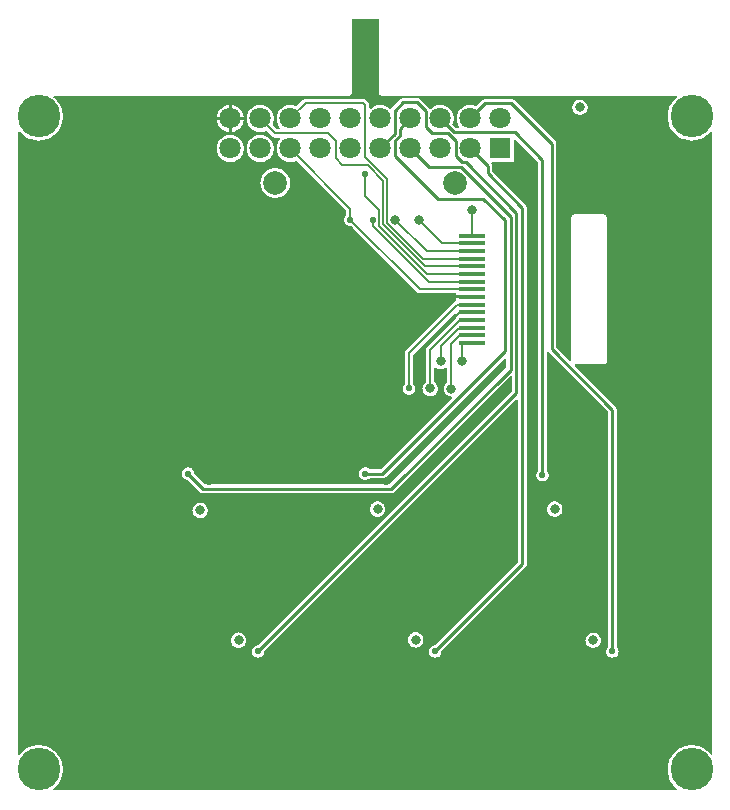
<source format=gbl>
%FSLAX43Y43*%
%MOMM*%
G71*
G01*
G75*
G04 Layer_Physical_Order=2*
G04 Layer_Color=16711680*
%ADD10R,1.500X1.350*%
%ADD11R,0.650X0.800*%
%ADD12R,0.762X0.762*%
%ADD13R,0.600X0.900*%
%ADD14R,1.200X1.200*%
%ADD15R,1.400X0.600*%
%ADD16R,0.400X0.400*%
%ADD17R,0.900X0.600*%
%ADD18R,2.250X1.000*%
%ADD19R,0.800X0.650*%
%ADD20C,0.200*%
%ADD21C,0.250*%
%ADD22C,1.800*%
%ADD23R,1.800X1.800*%
%ADD24C,2.000*%
%ADD25C,3.600*%
%ADD26C,0.550*%
%ADD27R,2.200X0.350*%
%ADD28C,0.800*%
G36*
X31147Y59700D02*
X31147Y59700D01*
X31147D01*
X31158Y59622D01*
X31188Y59549D01*
X31236Y59486D01*
X31299Y59438D01*
X31372Y59408D01*
X31450Y59397D01*
X56362D01*
X56402Y59277D01*
X56348Y59237D01*
X56199Y59101D01*
X56063Y58952D01*
X55943Y58790D01*
X55840Y58618D01*
X55754Y58435D01*
X55686Y58246D01*
X55637Y58050D01*
X55607Y57851D01*
X55598Y57650D01*
X55607Y57449D01*
X55637Y57250D01*
X55686Y57054D01*
X55754Y56865D01*
X55840Y56682D01*
X55943Y56510D01*
X56063Y56348D01*
X56199Y56199D01*
X56348Y56063D01*
X56510Y55943D01*
X56682Y55840D01*
X56865Y55754D01*
X57054Y55686D01*
X57250Y55637D01*
X57449Y55607D01*
X57650Y55598D01*
X57851Y55607D01*
X58050Y55637D01*
X58246Y55686D01*
X58435Y55754D01*
X58618Y55840D01*
X58790Y55943D01*
X58952Y56063D01*
X59101Y56199D01*
X59237Y56348D01*
X59277Y56402D01*
X59397Y56362D01*
Y3638D01*
X59277Y3598D01*
X59237Y3652D01*
X59101Y3801D01*
X58952Y3937D01*
X58790Y4057D01*
X58618Y4160D01*
X58435Y4246D01*
X58246Y4314D01*
X58050Y4363D01*
X57851Y4393D01*
X57650Y4402D01*
X57449Y4393D01*
X57250Y4363D01*
X57054Y4314D01*
X56865Y4246D01*
X56682Y4160D01*
X56510Y4057D01*
X56348Y3937D01*
X56199Y3801D01*
X56063Y3652D01*
X55943Y3490D01*
X55840Y3318D01*
X55754Y3135D01*
X55686Y2946D01*
X55637Y2750D01*
X55607Y2551D01*
X55598Y2350D01*
X55607Y2149D01*
X55637Y1950D01*
X55686Y1754D01*
X55754Y1565D01*
X55840Y1382D01*
X55943Y1210D01*
X56063Y1048D01*
X56199Y899D01*
X56348Y763D01*
X56402Y723D01*
X56362Y603D01*
X3638D01*
X3598Y723D01*
X3652Y763D01*
X3801Y899D01*
X3937Y1048D01*
X4057Y1210D01*
X4160Y1382D01*
X4246Y1565D01*
X4314Y1754D01*
X4363Y1950D01*
X4393Y2149D01*
X4402Y2350D01*
X4393Y2551D01*
X4363Y2750D01*
X4314Y2946D01*
X4246Y3135D01*
X4160Y3318D01*
X4057Y3490D01*
X3937Y3652D01*
X3801Y3801D01*
X3652Y3937D01*
X3490Y4057D01*
X3318Y4160D01*
X3135Y4246D01*
X2946Y4314D01*
X2750Y4363D01*
X2551Y4393D01*
X2350Y4402D01*
X2149Y4393D01*
X1950Y4363D01*
X1754Y4314D01*
X1565Y4246D01*
X1382Y4160D01*
X1210Y4057D01*
X1048Y3937D01*
X899Y3801D01*
X763Y3652D01*
X723Y3598D01*
X603Y3638D01*
Y56362D01*
X723Y56402D01*
X763Y56348D01*
X899Y56199D01*
X1048Y56063D01*
X1210Y55943D01*
X1382Y55840D01*
X1565Y55754D01*
X1754Y55686D01*
X1950Y55637D01*
X2149Y55607D01*
X2350Y55598D01*
X2551Y55607D01*
X2750Y55637D01*
X2946Y55686D01*
X3135Y55754D01*
X3318Y55840D01*
X3490Y55943D01*
X3652Y56063D01*
X3801Y56199D01*
X3937Y56348D01*
X4057Y56510D01*
X4160Y56682D01*
X4246Y56865D01*
X4314Y57054D01*
X4363Y57250D01*
X4393Y57449D01*
X4402Y57650D01*
X4393Y57851D01*
X4363Y58050D01*
X4314Y58246D01*
X4246Y58435D01*
X4160Y58618D01*
X4057Y58790D01*
X3937Y58952D01*
X3801Y59101D01*
X3652Y59237D01*
X3598Y59277D01*
X3638Y59397D01*
X28550D01*
X28628Y59408D01*
X28701Y59438D01*
X28764Y59486D01*
X28812Y59549D01*
X28842Y59622D01*
X28853Y59700D01*
Y65897D01*
X31147D01*
Y59700D01*
D02*
G37*
%LPC*%
G36*
X31048Y25052D02*
X30946Y25044D01*
X30846Y25020D01*
X30752Y24981D01*
X30665Y24927D01*
X30587Y24861D01*
X30520Y24783D01*
X30467Y24696D01*
X30428Y24601D01*
X30404Y24502D01*
X30396Y24400D01*
X30404Y24298D01*
X30428Y24199D01*
X30467Y24104D01*
X30520Y24017D01*
X30587Y23939D01*
X30665Y23873D01*
X30752Y23819D01*
X30846Y23780D01*
X30946Y23756D01*
X31048Y23748D01*
X31150Y23756D01*
X31249Y23780D01*
X31344Y23819D01*
X31431Y23873D01*
X31509Y23939D01*
X31575Y24017D01*
X31629Y24104D01*
X31668Y24199D01*
X31692Y24298D01*
X31700Y24400D01*
X31692Y24502D01*
X31668Y24601D01*
X31629Y24696D01*
X31575Y24783D01*
X31509Y24861D01*
X31431Y24927D01*
X31344Y24981D01*
X31249Y25020D01*
X31150Y25044D01*
X31048Y25052D01*
D02*
G37*
G36*
X46048D02*
X45946Y25044D01*
X45846Y25020D01*
X45752Y24981D01*
X45665Y24927D01*
X45587Y24861D01*
X45520Y24783D01*
X45467Y24696D01*
X45428Y24601D01*
X45404Y24502D01*
X45396Y24400D01*
X45404Y24298D01*
X45428Y24199D01*
X45467Y24104D01*
X45520Y24017D01*
X45587Y23939D01*
X45665Y23873D01*
X45752Y23819D01*
X45846Y23780D01*
X45946Y23756D01*
X46048Y23748D01*
X46150Y23756D01*
X46249Y23780D01*
X46344Y23819D01*
X46431Y23873D01*
X46509Y23939D01*
X46575Y24017D01*
X46629Y24104D01*
X46668Y24199D01*
X46692Y24298D01*
X46700Y24400D01*
X46692Y24502D01*
X46668Y24601D01*
X46629Y24696D01*
X46575Y24783D01*
X46509Y24861D01*
X46431Y24927D01*
X46344Y24981D01*
X46249Y25020D01*
X46150Y25044D01*
X46048Y25052D01*
D02*
G37*
G36*
X22380Y53253D02*
X22216Y53242D01*
X22056Y53210D01*
X21901Y53157D01*
X21754Y53085D01*
X21617Y52994D01*
X21494Y52886D01*
X21386Y52763D01*
X21295Y52626D01*
X21223Y52479D01*
X21170Y52324D01*
X21138Y52164D01*
X21127Y52000D01*
X21138Y51836D01*
X21170Y51676D01*
X21223Y51521D01*
X21295Y51374D01*
X21386Y51237D01*
X21494Y51114D01*
X21617Y51006D01*
X21754Y50915D01*
X21901Y50843D01*
X22056Y50790D01*
X22216Y50758D01*
X22380Y50747D01*
X22544Y50758D01*
X22704Y50790D01*
X22859Y50843D01*
X23006Y50915D01*
X23143Y51006D01*
X23266Y51114D01*
X23374Y51237D01*
X23465Y51374D01*
X23537Y51521D01*
X23590Y51676D01*
X23622Y51836D01*
X23633Y52000D01*
X23622Y52164D01*
X23590Y52324D01*
X23537Y52479D01*
X23465Y52626D01*
X23374Y52763D01*
X23266Y52886D01*
X23143Y52994D01*
X23006Y53085D01*
X22859Y53157D01*
X22704Y53210D01*
X22544Y53242D01*
X22380Y53253D01*
D02*
G37*
G36*
X49300Y13952D02*
X49198Y13944D01*
X49099Y13920D01*
X49004Y13881D01*
X48917Y13827D01*
X48839Y13761D01*
X48773Y13683D01*
X48719Y13596D01*
X48680Y13501D01*
X48656Y13402D01*
X48648Y13300D01*
X48656Y13198D01*
X48680Y13099D01*
X48719Y13004D01*
X48773Y12917D01*
X48839Y12839D01*
X48917Y12773D01*
X49004Y12719D01*
X49099Y12680D01*
X49198Y12656D01*
X49300Y12648D01*
X49402Y12656D01*
X49501Y12680D01*
X49596Y12719D01*
X49683Y12773D01*
X49761Y12839D01*
X49827Y12917D01*
X49881Y13004D01*
X49920Y13099D01*
X49944Y13198D01*
X49952Y13300D01*
X49944Y13402D01*
X49920Y13501D01*
X49881Y13596D01*
X49827Y13683D01*
X49761Y13761D01*
X49683Y13827D01*
X49596Y13881D01*
X49501Y13920D01*
X49402Y13944D01*
X49300Y13952D01*
D02*
G37*
G36*
X19275D02*
X19173Y13944D01*
X19074Y13920D01*
X18979Y13881D01*
X18892Y13827D01*
X18814Y13761D01*
X18748Y13683D01*
X18694Y13596D01*
X18655Y13501D01*
X18631Y13402D01*
X18623Y13300D01*
X18631Y13198D01*
X18655Y13099D01*
X18694Y13004D01*
X18748Y12917D01*
X18814Y12839D01*
X18892Y12773D01*
X18979Y12719D01*
X19074Y12680D01*
X19173Y12656D01*
X19275Y12648D01*
X19377Y12656D01*
X19476Y12680D01*
X19571Y12719D01*
X19658Y12773D01*
X19736Y12839D01*
X19802Y12917D01*
X19856Y13004D01*
X19895Y13099D01*
X19919Y13198D01*
X19927Y13300D01*
X19919Y13402D01*
X19895Y13501D01*
X19856Y13596D01*
X19802Y13683D01*
X19736Y13761D01*
X19658Y13827D01*
X19571Y13881D01*
X19476Y13920D01*
X19377Y13944D01*
X19275Y13952D01*
D02*
G37*
G36*
X16025Y24952D02*
X15923Y24944D01*
X15824Y24920D01*
X15729Y24881D01*
X15642Y24827D01*
X15564Y24761D01*
X15498Y24683D01*
X15444Y24596D01*
X15405Y24501D01*
X15381Y24402D01*
X15373Y24300D01*
X15381Y24198D01*
X15405Y24099D01*
X15444Y24004D01*
X15498Y23917D01*
X15564Y23839D01*
X15642Y23773D01*
X15729Y23719D01*
X15824Y23680D01*
X15923Y23656D01*
X16025Y23648D01*
X16127Y23656D01*
X16226Y23680D01*
X16321Y23719D01*
X16408Y23773D01*
X16486Y23839D01*
X16552Y23917D01*
X16606Y24004D01*
X16645Y24099D01*
X16669Y24198D01*
X16677Y24300D01*
X16669Y24402D01*
X16645Y24501D01*
X16606Y24596D01*
X16552Y24683D01*
X16486Y24761D01*
X16408Y24827D01*
X16321Y24881D01*
X16226Y24920D01*
X16127Y24944D01*
X16025Y24952D01*
D02*
G37*
G36*
X34275Y13977D02*
X34173Y13969D01*
X34074Y13945D01*
X33979Y13906D01*
X33892Y13852D01*
X33814Y13786D01*
X33748Y13708D01*
X33694Y13621D01*
X33655Y13526D01*
X33631Y13427D01*
X33623Y13325D01*
X33631Y13223D01*
X33655Y13124D01*
X33694Y13029D01*
X33748Y12942D01*
X33814Y12864D01*
X33892Y12798D01*
X33979Y12744D01*
X34074Y12705D01*
X34173Y12681D01*
X34275Y12673D01*
X34377Y12681D01*
X34476Y12705D01*
X34571Y12744D01*
X34658Y12798D01*
X34736Y12864D01*
X34802Y12942D01*
X34856Y13029D01*
X34895Y13124D01*
X34919Y13223D01*
X34927Y13325D01*
X34919Y13427D01*
X34895Y13526D01*
X34856Y13621D01*
X34802Y13708D01*
X34736Y13786D01*
X34658Y13852D01*
X34571Y13906D01*
X34476Y13945D01*
X34377Y13969D01*
X34275Y13977D01*
D02*
G37*
G36*
X18570Y56082D02*
X18420Y56073D01*
X18272Y56043D01*
X18129Y55995D01*
X17994Y55928D01*
X17868Y55844D01*
X17755Y55745D01*
X17656Y55632D01*
X17572Y55506D01*
X17505Y55371D01*
X17457Y55228D01*
X17427Y55080D01*
X17418Y54930D01*
X17427Y54780D01*
X17457Y54632D01*
X17505Y54489D01*
X17572Y54354D01*
X17656Y54228D01*
X17755Y54115D01*
X17868Y54016D01*
X17994Y53932D01*
X18129Y53865D01*
X18272Y53817D01*
X18420Y53787D01*
X18570Y53778D01*
X18720Y53787D01*
X18868Y53817D01*
X19011Y53865D01*
X19146Y53932D01*
X19272Y54016D01*
X19385Y54115D01*
X19484Y54228D01*
X19568Y54354D01*
X19635Y54489D01*
X19683Y54632D01*
X19713Y54780D01*
X19722Y54930D01*
X19713Y55080D01*
X19683Y55228D01*
X19635Y55371D01*
X19568Y55506D01*
X19484Y55632D01*
X19385Y55745D01*
X19272Y55844D01*
X19146Y55928D01*
X19011Y55995D01*
X18868Y56043D01*
X18720Y56073D01*
X18570Y56082D01*
D02*
G37*
G36*
X18697Y58618D02*
Y57597D01*
X19718D01*
X19717Y57621D01*
X19687Y57769D01*
X19638Y57913D01*
X19572Y58048D01*
X19487Y58174D01*
X19388Y58288D01*
X19274Y58387D01*
X19148Y58472D01*
X19013Y58538D01*
X18869Y58587D01*
X18721Y58617D01*
X18697Y58618D01*
D02*
G37*
G36*
X48175Y59077D02*
X48073Y59069D01*
X47974Y59045D01*
X47879Y59006D01*
X47792Y58952D01*
X47714Y58886D01*
X47648Y58808D01*
X47594Y58721D01*
X47555Y58626D01*
X47531Y58527D01*
X47523Y58425D01*
X47531Y58323D01*
X47555Y58224D01*
X47594Y58129D01*
X47648Y58042D01*
X47714Y57964D01*
X47792Y57898D01*
X47879Y57844D01*
X47974Y57805D01*
X48073Y57781D01*
X48175Y57773D01*
X48277Y57781D01*
X48376Y57805D01*
X48471Y57844D01*
X48558Y57898D01*
X48636Y57964D01*
X48702Y58042D01*
X48756Y58129D01*
X48795Y58224D01*
X48819Y58323D01*
X48827Y58425D01*
X48819Y58527D01*
X48795Y58626D01*
X48756Y58721D01*
X48702Y58808D01*
X48636Y58886D01*
X48558Y58952D01*
X48471Y59006D01*
X48376Y59045D01*
X48277Y59069D01*
X48175Y59077D01*
D02*
G37*
G36*
X34375Y59202D02*
X33225D01*
X33151Y59195D01*
X33081Y59173D01*
X33016Y59138D01*
X32959Y59091D01*
X32259Y58391D01*
X32212Y58334D01*
X32201Y58315D01*
X32076Y58292D01*
X31972Y58384D01*
X31846Y58468D01*
X31711Y58535D01*
X31568Y58583D01*
X31420Y58613D01*
X31270Y58622D01*
X31120Y58613D01*
X30972Y58583D01*
X30829Y58535D01*
X30694Y58468D01*
X30568Y58384D01*
X30467Y58296D01*
X30417Y58319D01*
X30352Y58376D01*
Y58569D01*
X30352D01*
X30352Y58569D01*
X30345Y58638D01*
X30338Y58660D01*
X30338Y58660D01*
X30325Y58704D01*
Y58704D01*
X30325Y58704D01*
X30292Y58764D01*
X30273Y58788D01*
X30249Y58818D01*
X30018Y59049D01*
X29964Y59092D01*
X29904Y59125D01*
X29838Y59145D01*
X29769Y59152D01*
X24980D01*
X24911Y59145D01*
X24845Y59125D01*
X24785Y59092D01*
X24731Y59049D01*
X24176Y58493D01*
X24091Y58535D01*
X23948Y58583D01*
X23800Y58613D01*
X23650Y58622D01*
X23500Y58613D01*
X23352Y58583D01*
X23209Y58535D01*
X23074Y58468D01*
X22948Y58384D01*
X22835Y58285D01*
X22736Y58172D01*
X22652Y58046D01*
X22585Y57911D01*
X22537Y57768D01*
X22507Y57620D01*
X22498Y57470D01*
X22507Y57320D01*
X22537Y57172D01*
X22585Y57029D01*
X22652Y56894D01*
X22736Y56768D01*
X22824Y56667D01*
X22801Y56617D01*
X22744Y56552D01*
X22526D01*
X22133Y56944D01*
X22175Y57029D01*
X22223Y57172D01*
X22253Y57320D01*
X22262Y57470D01*
X22253Y57620D01*
X22223Y57768D01*
X22175Y57911D01*
X22108Y58046D01*
X22024Y58172D01*
X21925Y58285D01*
X21812Y58384D01*
X21686Y58468D01*
X21551Y58535D01*
X21408Y58583D01*
X21260Y58613D01*
X21110Y58622D01*
X20960Y58613D01*
X20812Y58583D01*
X20669Y58535D01*
X20534Y58468D01*
X20408Y58384D01*
X20295Y58285D01*
X20196Y58172D01*
X20112Y58046D01*
X20045Y57911D01*
X19997Y57768D01*
X19967Y57620D01*
X19958Y57470D01*
X19967Y57320D01*
X19997Y57172D01*
X20045Y57029D01*
X20112Y56894D01*
X20196Y56768D01*
X20295Y56655D01*
X20408Y56556D01*
X20534Y56472D01*
X20669Y56405D01*
X20812Y56357D01*
X20960Y56327D01*
X21110Y56318D01*
X21260Y56327D01*
X21408Y56357D01*
X21551Y56405D01*
X21636Y56447D01*
X22131Y55951D01*
X22185Y55908D01*
X22245Y55875D01*
X22311Y55855D01*
X22380Y55848D01*
X22744D01*
X22801Y55783D01*
X22824Y55733D01*
X22736Y55632D01*
X22652Y55506D01*
X22585Y55371D01*
X22537Y55228D01*
X22507Y55080D01*
X22498Y54930D01*
X22507Y54780D01*
X22537Y54632D01*
X22585Y54489D01*
X22652Y54354D01*
X22736Y54228D01*
X22835Y54115D01*
X22948Y54016D01*
X23074Y53932D01*
X23209Y53865D01*
X23352Y53817D01*
X23500Y53787D01*
X23650Y53778D01*
X23800Y53787D01*
X23948Y53817D01*
X24091Y53865D01*
X24176Y53907D01*
X28388Y49694D01*
Y49291D01*
X28367Y49273D01*
X28301Y49193D01*
X28253Y49102D01*
X28223Y49003D01*
X28212Y48900D01*
X28223Y48797D01*
X28253Y48698D01*
X28301Y48607D01*
X28367Y48527D01*
X28447Y48461D01*
X28538Y48413D01*
X28637Y48383D01*
X28740Y48372D01*
X28767Y48375D01*
X34391Y42751D01*
X34445Y42708D01*
D01*
D01*
Y42708D01*
X34445Y42708D01*
D01*
D01*
X34445D01*
X34445Y42708D01*
D01*
X34445D01*
Y42708D01*
X34505Y42675D01*
X34571Y42655D01*
X34640Y42648D01*
X37646D01*
Y42477D01*
X39000D01*
Y42223D01*
X37646D01*
Y42015D01*
X37605Y41992D01*
X37551Y41949D01*
X33444Y37842D01*
X33401Y37789D01*
X33368Y37728D01*
X33348Y37662D01*
X33341Y37593D01*
Y34990D01*
X33327Y34978D01*
X33261Y34898D01*
X33213Y34807D01*
X33183Y34708D01*
X33172Y34605D01*
X33183Y34502D01*
X33213Y34403D01*
X33261Y34312D01*
X33327Y34232D01*
X33407Y34166D01*
X33498Y34118D01*
X33597Y34088D01*
X33700Y34077D01*
X33803Y34088D01*
X33902Y34118D01*
X33993Y34166D01*
X34073Y34232D01*
X34139Y34312D01*
X34187Y34403D01*
X34217Y34502D01*
X34228Y34605D01*
X34217Y34708D01*
X34187Y34807D01*
X34139Y34898D01*
X34073Y34978D01*
X34045Y35001D01*
Y37447D01*
X37529Y40931D01*
X37646Y40883D01*
Y40621D01*
X37650D01*
Y40526D01*
X35250Y38125D01*
X35206Y38072D01*
X35173Y38011D01*
X35153Y37945D01*
X35147Y37877D01*
Y35152D01*
X35115Y35132D01*
X35037Y35066D01*
X34971Y34988D01*
X34917Y34901D01*
X34878Y34806D01*
X34854Y34707D01*
X34846Y34605D01*
X34854Y34503D01*
X34878Y34403D01*
X34917Y34309D01*
X34971Y34222D01*
X35037Y34144D01*
X35115Y34077D01*
X35202Y34024D01*
X35297Y33985D01*
X35396Y33961D01*
X35498Y33953D01*
X35600Y33961D01*
X35700Y33985D01*
X35794Y34024D01*
X35882Y34077D01*
X35959Y34144D01*
X36026Y34222D01*
X36079Y34309D01*
X36118Y34403D01*
X36142Y34503D01*
X36150Y34605D01*
X36142Y34707D01*
X36118Y34806D01*
X36079Y34901D01*
X36026Y34988D01*
X35959Y35066D01*
X35882Y35132D01*
X35850Y35152D01*
Y36357D01*
X35965Y36410D01*
X36010Y36372D01*
X36097Y36319D01*
X36192Y36280D01*
X36291Y36256D01*
X36393Y36248D01*
X36495Y36256D01*
X36595Y36280D01*
X36689Y36319D01*
X36776Y36372D01*
X36826Y36415D01*
X36941Y36362D01*
Y35147D01*
X36910Y35127D01*
X36832Y35061D01*
X36766Y34983D01*
X36712Y34896D01*
X36673Y34801D01*
X36649Y34702D01*
X36641Y34600D01*
X36649Y34498D01*
X36673Y34398D01*
X36712Y34304D01*
X36766Y34217D01*
X36832Y34139D01*
X36910Y34072D01*
X36997Y34019D01*
X37092Y33980D01*
X37191Y33956D01*
X37293Y33948D01*
X37297Y33948D01*
X37350Y33833D01*
X31294Y27777D01*
X30368D01*
X30293Y27839D01*
X30202Y27887D01*
X30103Y27917D01*
X30000Y27928D01*
X29897Y27917D01*
X29798Y27887D01*
X29707Y27839D01*
X29627Y27773D01*
X29561Y27693D01*
X29513Y27602D01*
X29483Y27503D01*
X29472Y27400D01*
X29483Y27297D01*
X29513Y27198D01*
X29561Y27107D01*
X29627Y27027D01*
X29707Y26961D01*
X29798Y26913D01*
X29897Y26883D01*
X30000Y26872D01*
X30103Y26883D01*
X30202Y26913D01*
X30293Y26961D01*
X30368Y27023D01*
X31450D01*
X31524Y27030D01*
X31594Y27052D01*
X31659Y27087D01*
X31716Y27134D01*
X31716Y27134D01*
X31716Y27134D01*
X41806Y37223D01*
X41923Y37174D01*
Y36356D01*
X32044Y26477D01*
X16456D01*
X15527Y27406D01*
X15517Y27503D01*
X15487Y27602D01*
X15439Y27693D01*
X15373Y27773D01*
X15293Y27839D01*
X15202Y27887D01*
X15103Y27917D01*
X15000Y27928D01*
X14897Y27917D01*
X14798Y27887D01*
X14707Y27839D01*
X14627Y27773D01*
X14561Y27693D01*
X14513Y27602D01*
X14483Y27503D01*
X14472Y27400D01*
X14483Y27297D01*
X14513Y27198D01*
X14561Y27107D01*
X14627Y27027D01*
X14707Y26961D01*
X14798Y26913D01*
X14897Y26883D01*
X14994Y26873D01*
X16034Y25834D01*
X16091Y25787D01*
X16156Y25752D01*
X16226Y25730D01*
X16226Y25730D01*
X16226Y25730D01*
D01*
X16226Y25730D01*
X16226Y25730D01*
X16300Y25723D01*
X32200D01*
X32274Y25730D01*
X32344Y25752D01*
X32409Y25787D01*
X32466Y25834D01*
X42306Y35673D01*
X42423Y35624D01*
Y34381D01*
X20919Y12877D01*
X20822Y12867D01*
X20723Y12837D01*
X20632Y12789D01*
X20552Y12723D01*
X20486Y12643D01*
X20438Y12552D01*
X20408Y12453D01*
X20397Y12350D01*
X20408Y12247D01*
X20438Y12148D01*
X20486Y12057D01*
X20552Y11977D01*
X20632Y11911D01*
X20723Y11863D01*
X20822Y11833D01*
X20925Y11822D01*
X21028Y11833D01*
X21127Y11863D01*
X21218Y11911D01*
X21298Y11977D01*
X21364Y12057D01*
X21412Y12148D01*
X21442Y12247D01*
X21452Y12344D01*
X42811Y33703D01*
X42928Y33654D01*
Y19886D01*
X35919Y12877D01*
X35822Y12867D01*
X35723Y12837D01*
X35632Y12789D01*
X35552Y12723D01*
X35486Y12643D01*
X35438Y12552D01*
X35408Y12453D01*
X35397Y12350D01*
X35408Y12247D01*
X35438Y12148D01*
X35486Y12057D01*
X35552Y11977D01*
X35632Y11911D01*
X35723Y11863D01*
X35822Y11833D01*
X35925Y11822D01*
X36028Y11833D01*
X36127Y11863D01*
X36218Y11911D01*
X36298Y11977D01*
X36364Y12057D01*
X36412Y12148D01*
X36442Y12247D01*
X36452Y12344D01*
X43571Y19464D01*
X43618Y19521D01*
X43653Y19586D01*
X43675Y19656D01*
X43682Y19730D01*
X43682Y19730D01*
X43682Y19730D01*
Y19730D01*
Y49895D01*
X43675Y49969D01*
X43653Y50039D01*
X43618Y50104D01*
X43571Y50161D01*
X40747Y52986D01*
Y53450D01*
X40740Y53524D01*
X40718Y53594D01*
X40683Y53659D01*
X40679Y53665D01*
X40733Y53780D01*
X42580D01*
Y55671D01*
X42697Y55720D01*
X44623Y53794D01*
Y27643D01*
X44561Y27568D01*
X44513Y27477D01*
X44483Y27378D01*
X44472Y27275D01*
X44483Y27172D01*
X44513Y27073D01*
X44561Y26982D01*
X44627Y26902D01*
X44707Y26836D01*
X44798Y26788D01*
X44897Y26758D01*
X45000Y26747D01*
X45103Y26758D01*
X45202Y26788D01*
X45293Y26836D01*
X45373Y26902D01*
X45439Y26982D01*
X45487Y27073D01*
X45517Y27172D01*
X45528Y27275D01*
X45517Y27378D01*
X45487Y27477D01*
X45439Y27568D01*
X45377Y27643D01*
Y37657D01*
X45400Y37670D01*
X45496Y37704D01*
X45534Y37659D01*
X50548Y32644D01*
Y12718D01*
X50486Y12643D01*
X50438Y12552D01*
X50408Y12453D01*
X50397Y12350D01*
X50408Y12247D01*
X50438Y12148D01*
X50486Y12057D01*
X50552Y11977D01*
X50632Y11911D01*
X50723Y11863D01*
X50822Y11833D01*
X50925Y11822D01*
X51028Y11833D01*
X51127Y11863D01*
X51218Y11911D01*
X51298Y11977D01*
X51364Y12057D01*
X51412Y12148D01*
X51442Y12247D01*
X51453Y12350D01*
X51442Y12453D01*
X51412Y12552D01*
X51364Y12643D01*
X51302Y12718D01*
Y32800D01*
X51295Y32874D01*
X51273Y32944D01*
X51238Y33009D01*
X51191Y33066D01*
X47734Y36524D01*
X47738Y36554D01*
X47776Y36647D01*
X50150D01*
X50228Y36658D01*
X50228D01*
X50228Y36658D01*
X50228Y36658D01*
X50301Y36688D01*
X50364Y36736D01*
X50364Y36736D01*
X50364Y36736D01*
X50412Y36799D01*
X50442Y36872D01*
X50453Y36950D01*
Y49050D01*
X50442Y49128D01*
X50412Y49201D01*
X50364Y49264D01*
X50301Y49312D01*
X50228Y49342D01*
X50150Y49353D01*
X47750D01*
X47672Y49342D01*
X47599Y49312D01*
X47536Y49264D01*
X47488Y49201D01*
X47458Y49128D01*
X47447Y49050D01*
Y36976D01*
X47354Y36938D01*
X47324Y36934D01*
X46177Y38081D01*
Y55325D01*
X46170Y55399D01*
X46148Y55469D01*
X46113Y55534D01*
X46066Y55591D01*
X42649Y59008D01*
X42592Y59055D01*
X42527Y59090D01*
X42457Y59112D01*
X42383Y59119D01*
X40162D01*
X40088Y59112D01*
X40018Y59090D01*
X39953Y59055D01*
X39896Y59008D01*
X39392Y58505D01*
X39331Y58535D01*
X39188Y58583D01*
X39040Y58613D01*
X38890Y58622D01*
X38740Y58613D01*
X38592Y58583D01*
X38449Y58535D01*
X38314Y58468D01*
X38188Y58384D01*
X38075Y58285D01*
X37976Y58172D01*
X37892Y58046D01*
X37825Y57911D01*
X37777Y57768D01*
X37747Y57620D01*
X37738Y57470D01*
X37747Y57320D01*
X37777Y57172D01*
X37825Y57029D01*
X37892Y56894D01*
X37965Y56784D01*
X37906Y56672D01*
X37681D01*
X37385Y56968D01*
X37415Y57029D01*
X37463Y57172D01*
X37493Y57320D01*
X37502Y57470D01*
X37493Y57620D01*
X37463Y57768D01*
X37415Y57911D01*
X37348Y58046D01*
X37264Y58172D01*
X37165Y58285D01*
X37052Y58384D01*
X36926Y58468D01*
X36791Y58535D01*
X36648Y58583D01*
X36500Y58613D01*
X36350Y58622D01*
X36200Y58613D01*
X36052Y58583D01*
X35909Y58535D01*
X35774Y58468D01*
X35648Y58384D01*
X35547Y58296D01*
X35421Y58306D01*
X35391Y58341D01*
X34641Y59091D01*
X34584Y59138D01*
X34519Y59173D01*
X34449Y59195D01*
X34375Y59202D01*
D02*
G37*
G36*
X18443Y58618D02*
X18419Y58617D01*
X18271Y58587D01*
X18127Y58538D01*
X17992Y58472D01*
X17866Y58387D01*
X17752Y58288D01*
X17653Y58174D01*
X17568Y58048D01*
X17502Y57913D01*
X17453Y57769D01*
X17423Y57621D01*
X17422Y57597D01*
X18443D01*
Y58618D01*
D02*
G37*
G36*
X21110Y56082D02*
X20960Y56073D01*
X20812Y56043D01*
X20669Y55995D01*
X20534Y55928D01*
X20408Y55844D01*
X20295Y55745D01*
X20196Y55632D01*
X20112Y55506D01*
X20045Y55371D01*
X19997Y55228D01*
X19967Y55080D01*
X19958Y54930D01*
X19967Y54780D01*
X19997Y54632D01*
X20045Y54489D01*
X20112Y54354D01*
X20196Y54228D01*
X20295Y54115D01*
X20408Y54016D01*
X20534Y53932D01*
X20669Y53865D01*
X20812Y53817D01*
X20960Y53787D01*
X21110Y53778D01*
X21260Y53787D01*
X21408Y53817D01*
X21551Y53865D01*
X21686Y53932D01*
X21812Y54016D01*
X21925Y54115D01*
X22024Y54228D01*
X22108Y54354D01*
X22175Y54489D01*
X22223Y54632D01*
X22253Y54780D01*
X22262Y54930D01*
X22253Y55080D01*
X22223Y55228D01*
X22175Y55371D01*
X22108Y55506D01*
X22024Y55632D01*
X21925Y55745D01*
X21812Y55844D01*
X21686Y55928D01*
X21551Y55995D01*
X21408Y56043D01*
X21260Y56073D01*
X21110Y56082D01*
D02*
G37*
G36*
X18443Y57343D02*
X17422D01*
X17423Y57319D01*
X17453Y57171D01*
X17502Y57027D01*
X17568Y56892D01*
X17653Y56766D01*
X17752Y56652D01*
X17866Y56553D01*
X17992Y56468D01*
X18127Y56402D01*
X18271Y56353D01*
X18419Y56323D01*
X18443Y56322D01*
Y57343D01*
D02*
G37*
G36*
X19718D02*
X18697D01*
Y56322D01*
X18721Y56323D01*
X18869Y56353D01*
X19013Y56402D01*
X19148Y56468D01*
X19274Y56553D01*
X19388Y56652D01*
X19487Y56766D01*
X19572Y56892D01*
X19638Y57027D01*
X19687Y57171D01*
X19717Y57319D01*
X19718Y57343D01*
D02*
G37*
%LPD*%
D20*
X27500Y54110D02*
Y55575D01*
X21110Y57470D02*
X22380Y56200D01*
X26875D01*
X27500Y55575D01*
X37650Y42350D02*
X39000D01*
X31893Y36593D02*
X37650Y42350D01*
X31893Y36002D02*
Y36593D01*
X38021Y40400D02*
X39000D01*
X35498Y34605D02*
Y37877D01*
X38021Y40400D01*
X38192Y38492D02*
X38200Y38500D01*
X38192Y36900D02*
Y38492D01*
X37293Y38407D02*
X37986Y39100D01*
X37293Y34600D02*
Y38407D01*
X37986Y39100D02*
X39000D01*
X37950Y39750D02*
X39000D01*
X36393Y38193D02*
X37950Y39750D01*
X36393Y36900D02*
Y38193D01*
X35076Y44950D02*
X39000D01*
X35231Y44300D02*
X39000D01*
X30000Y54225D02*
Y58569D01*
X27500Y54110D02*
X28075Y53535D01*
X34540Y48900D02*
X36540Y46900D01*
X39000D01*
X35190Y46250D02*
X39000D01*
X32540Y48900D02*
X35190Y46250D01*
X34921Y45600D02*
X39000D01*
X31875Y48646D02*
X34921Y45600D01*
X31875Y48646D02*
Y52350D01*
X30000Y54225D02*
X31875Y52350D01*
X31525Y48501D02*
X35076Y44950D01*
X31175Y48356D02*
X35231Y44300D01*
X31525Y48501D02*
Y52205D01*
X30195Y53535D02*
X31525Y52205D01*
X28075Y53535D02*
X30195D01*
X30640Y48396D02*
Y48900D01*
Y48396D02*
X35386Y43650D01*
X39000D01*
X28740Y48900D02*
X34640Y43000D01*
X39000D01*
X23650Y54930D02*
X28740Y49840D01*
Y48900D02*
Y49840D01*
X29975Y50940D02*
Y52725D01*
Y50940D02*
X31175Y49740D01*
Y48356D02*
Y49740D01*
X39025Y47575D02*
Y49750D01*
X39000Y47550D02*
X39025Y47575D01*
X33693Y34605D02*
Y37593D01*
X37800Y41700D01*
X39000D01*
X23650Y57470D02*
X24980Y58800D01*
X29769D01*
X30000Y58569D01*
X38021Y41050D02*
X39000D01*
X34594Y36901D02*
Y37623D01*
X38021Y41050D01*
D21*
X45800Y37925D02*
X50925Y32800D01*
X35925Y12350D02*
X43305Y19730D01*
X20925Y12350D02*
X42800Y34225D01*
X16300Y26100D02*
X32200D01*
X30000Y27400D02*
X31450D01*
X50925Y12350D02*
Y32800D01*
X15000Y27400D02*
X16300Y26100D01*
X41917Y56295D02*
X41922Y56300D01*
X37525Y56295D02*
X41917D01*
X36350Y57470D02*
X37525Y56295D01*
X38890Y57470D02*
X40162Y58742D01*
X41922Y56300D02*
X42650D01*
X45000Y53950D01*
Y27275D02*
Y53950D01*
X40162Y58742D02*
X42383D01*
X45800Y55325D01*
Y37925D02*
Y55325D01*
X32525Y54250D02*
X36150Y50625D01*
X32525Y58125D02*
X33225Y58825D01*
X34375D01*
X35125Y58075D01*
Y56725D02*
Y58075D01*
Y56725D02*
X35650Y56200D01*
X36975D01*
X37650Y55525D01*
Y54275D02*
Y55525D01*
X31270Y54930D02*
X32525Y56185D01*
Y58125D01*
Y54250D02*
Y55619D01*
X32925Y56019D01*
Y56585D01*
X33810Y57470D01*
X37650Y54275D02*
X38175Y53750D01*
X33810Y54930D02*
X35390Y53350D01*
X31450Y27400D02*
X41800Y37750D01*
X32200Y26100D02*
X42300Y36200D01*
X36150Y50625D02*
X40009D01*
X41800Y48834D01*
Y37750D02*
Y48834D01*
X35390Y53350D02*
X38073D01*
X42300Y49123D01*
Y36200D02*
Y49123D01*
X38175Y53750D02*
X38550D01*
X42800Y49500D01*
Y34225D02*
Y49500D01*
X38890Y54930D02*
X40370Y53450D01*
Y52830D02*
Y53450D01*
Y52830D02*
X43305Y49895D01*
Y19730D02*
Y49895D01*
D22*
X41430Y57470D02*
D03*
X36350Y54930D02*
D03*
Y57470D02*
D03*
X38890D02*
D03*
Y54930D02*
D03*
X18570Y57470D02*
D03*
X21110D02*
D03*
Y54930D02*
D03*
X28730Y57470D02*
D03*
X26190Y54930D02*
D03*
Y57470D02*
D03*
X23650D02*
D03*
X28730Y54930D02*
D03*
X23650D02*
D03*
X31270D02*
D03*
X33810Y57470D02*
D03*
Y54930D02*
D03*
X31270Y57470D02*
D03*
X18570Y54930D02*
D03*
D23*
X41430D02*
D03*
D24*
X22380Y52000D02*
D03*
X37620D02*
D03*
D25*
X2350Y57650D02*
D03*
X57650D02*
D03*
X2350Y2350D02*
D03*
X57650D02*
D03*
D26*
X45000Y27275D02*
D03*
X50925Y12350D02*
D03*
X46801Y26699D02*
D03*
X20925Y12350D02*
D03*
X35925D02*
D03*
X30640Y48900D02*
D03*
X31800Y26652D02*
D03*
X30000Y27400D02*
D03*
X15000D02*
D03*
X51725Y55125D02*
D03*
X34594Y36901D02*
D03*
X31893Y36002D02*
D03*
X28740Y48900D02*
D03*
X16751Y26699D02*
D03*
X29975Y52725D02*
D03*
X26800Y50875D02*
D03*
X33700Y34605D02*
D03*
X28700Y48125D02*
D03*
D27*
X39000Y47550D02*
D03*
Y46900D02*
D03*
Y46250D02*
D03*
Y45600D02*
D03*
Y44950D02*
D03*
Y44300D02*
D03*
Y43650D02*
D03*
Y43000D02*
D03*
Y42350D02*
D03*
Y41700D02*
D03*
Y41050D02*
D03*
Y40400D02*
D03*
Y39750D02*
D03*
Y39100D02*
D03*
Y38450D02*
D03*
D28*
X39025Y49750D02*
D03*
X34540Y48900D02*
D03*
X48175Y58425D02*
D03*
X38192Y36900D02*
D03*
X36393D02*
D03*
X37293Y34600D02*
D03*
X35498Y34605D02*
D03*
X32540Y48900D02*
D03*
X16025Y24300D02*
D03*
X31048Y24400D02*
D03*
X46048D02*
D03*
X49300Y13300D02*
D03*
X34275Y13325D02*
D03*
X19275Y13300D02*
D03*
M02*

</source>
